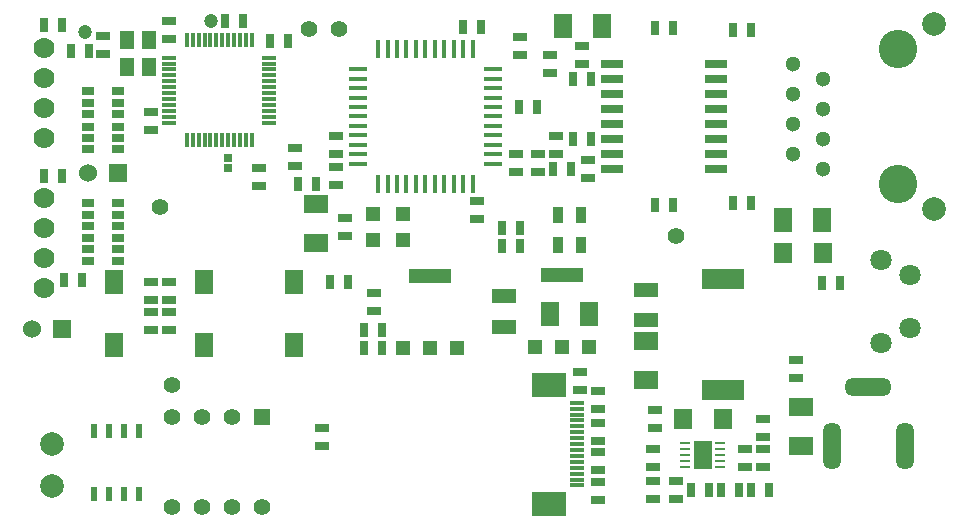
<source format=gts>
G04 (created by PCBNEW (2013-mar-13)-stable) date Mon 23 Mar 2015 11:07:48 AM CET*
%MOIN*%
G04 Gerber Fmt 3.4, Leading zero omitted, Abs format*
%FSLAX34Y34*%
G01*
G70*
G90*
G04 APERTURE LIST*
%ADD10C,0.005906*%
%ADD11R,0.074800X0.031500*%
%ADD12R,0.025000X0.045000*%
%ADD13R,0.060000X0.016000*%
%ADD14R,0.016000X0.060000*%
%ADD15R,0.045000X0.025000*%
%ADD16R,0.060000X0.080000*%
%ADD17R,0.080000X0.060000*%
%ADD18R,0.035000X0.055000*%
%ADD19R,0.048800X0.050800*%
%ADD20O,0.157480X0.060000*%
%ADD21O,0.060000X0.157480*%
%ADD22R,0.140200X0.070100*%
%ADD23R,0.059843X0.070866*%
%ADD24R,0.078700X0.047200*%
%ADD25C,0.070000*%
%ADD26R,0.047200X0.011800*%
%ADD27R,0.011800X0.047200*%
%ADD28R,0.064961X0.094488*%
%ADD29R,0.033465X0.011024*%
%ADD30R,0.118110X0.078740*%
%ADD31R,0.049213X0.011811*%
%ADD32R,0.047200X0.047200*%
%ADD33R,0.141700X0.047200*%
%ADD34R,0.051181X0.059055*%
%ADD35R,0.039400X0.027600*%
%ADD36R,0.031600X0.027700*%
%ADD37C,0.047200*%
%ADD38R,0.059055X0.078740*%
%ADD39C,0.055100*%
%ADD40R,0.060000X0.060000*%
%ADD41C,0.060000*%
%ADD42C,0.051181*%
%ADD43C,0.128000*%
%ADD44C,0.078740*%
%ADD45C,0.070866*%
%ADD46R,0.020000X0.045000*%
%ADD47R,0.055000X0.055000*%
%ADD48C,0.055000*%
G04 APERTURE END LIST*
G54D10*
G54D11*
X59616Y-34180D03*
X59616Y-34680D03*
X59616Y-35180D03*
X59616Y-33680D03*
X59616Y-35680D03*
X59616Y-33180D03*
X59616Y-32680D03*
X59616Y-36180D03*
X63064Y-32680D03*
X63064Y-36180D03*
X63064Y-35680D03*
X63064Y-35180D03*
X63064Y-34680D03*
X63064Y-34180D03*
X63064Y-33680D03*
X63064Y-33180D03*
G54D12*
X61040Y-37380D03*
X61640Y-37380D03*
X61640Y-31480D03*
X61040Y-31480D03*
X63640Y-37305D03*
X64240Y-37305D03*
X63640Y-31550D03*
X64240Y-31550D03*
G54D13*
X51140Y-34430D03*
X51140Y-34745D03*
X51140Y-35060D03*
X51140Y-35375D03*
X51140Y-35690D03*
X51140Y-36005D03*
X51140Y-34115D03*
X51140Y-33800D03*
X51140Y-33485D03*
X51140Y-33170D03*
X51140Y-32855D03*
X55640Y-34430D03*
X55640Y-34745D03*
X55640Y-35060D03*
X55640Y-35375D03*
X55640Y-35690D03*
X55640Y-36005D03*
X55640Y-34115D03*
X55640Y-33800D03*
X55640Y-33485D03*
X55640Y-33170D03*
X55640Y-32855D03*
G54D14*
X53390Y-36680D03*
X53390Y-32180D03*
X53705Y-36680D03*
X53705Y-32180D03*
X54020Y-32180D03*
X54020Y-36680D03*
X54335Y-36680D03*
X54335Y-32180D03*
X54650Y-32180D03*
X54650Y-36680D03*
X54965Y-36680D03*
X54965Y-32180D03*
X53075Y-32180D03*
X53075Y-36680D03*
X52760Y-36680D03*
X52760Y-32180D03*
X52445Y-32180D03*
X52445Y-36680D03*
X52130Y-36680D03*
X52130Y-32180D03*
X51815Y-32180D03*
X51815Y-36680D03*
G54D12*
X58320Y-35180D03*
X58920Y-35180D03*
X57660Y-36180D03*
X58260Y-36180D03*
G54D15*
X50410Y-35690D03*
X50410Y-35090D03*
X58820Y-35880D03*
X58820Y-36480D03*
G54D12*
X58920Y-33180D03*
X58320Y-33180D03*
G54D15*
X58620Y-32690D03*
X58620Y-32090D03*
X57540Y-32390D03*
X57540Y-32990D03*
X55110Y-37240D03*
X55110Y-37840D03*
X57760Y-35690D03*
X57760Y-35090D03*
X57160Y-36280D03*
X57160Y-35680D03*
G54D16*
X57970Y-31430D03*
X59270Y-31430D03*
G54D15*
X56540Y-32390D03*
X56540Y-31790D03*
X50410Y-36100D03*
X50410Y-36700D03*
G54D12*
X56520Y-34120D03*
X57120Y-34120D03*
G54D15*
X56420Y-35680D03*
X56420Y-36280D03*
G54D17*
X49750Y-37350D03*
X49750Y-38650D03*
G54D12*
X55250Y-31460D03*
X54650Y-31460D03*
G54D15*
X50720Y-37810D03*
X50720Y-38410D03*
G54D18*
X57815Y-38710D03*
X58565Y-38710D03*
X57815Y-37730D03*
X58565Y-37730D03*
G54D12*
X49150Y-36670D03*
X49750Y-36670D03*
X55940Y-38160D03*
X56540Y-38160D03*
X56540Y-38760D03*
X55940Y-38760D03*
G54D19*
X51630Y-38553D03*
X52630Y-38553D03*
X52630Y-37667D03*
X51630Y-37667D03*
G54D20*
X68154Y-43446D03*
G54D21*
X66934Y-45415D03*
X69375Y-45415D03*
G54D22*
X63315Y-43555D03*
X63315Y-39855D03*
G54D23*
X66644Y-38990D03*
X65305Y-38990D03*
G54D16*
X66625Y-37890D03*
X65325Y-37890D03*
G54D23*
X63314Y-44525D03*
X61975Y-44525D03*
G54D17*
X65910Y-45420D03*
X65910Y-44120D03*
G54D24*
X60750Y-41222D03*
X60750Y-40198D03*
G54D15*
X64630Y-46120D03*
X64630Y-45520D03*
X64030Y-46120D03*
X64030Y-45520D03*
X60990Y-45530D03*
X60990Y-46130D03*
X60990Y-46570D03*
X60990Y-47170D03*
G54D12*
X62230Y-46870D03*
X62830Y-46870D03*
G54D15*
X61030Y-44820D03*
X61030Y-44220D03*
X65730Y-43150D03*
X65730Y-42550D03*
G54D24*
X56010Y-41432D03*
X56010Y-40408D03*
G54D25*
X40675Y-35155D03*
X40675Y-34155D03*
X40675Y-33155D03*
X40675Y-32155D03*
G54D26*
X44847Y-32467D03*
X44847Y-32664D03*
X44847Y-32861D03*
X44847Y-33058D03*
X44847Y-33255D03*
X44847Y-33452D03*
X44847Y-33648D03*
X44847Y-33845D03*
X44847Y-34042D03*
X44847Y-34239D03*
X44847Y-34436D03*
X44847Y-34633D03*
G54D27*
X45437Y-35223D03*
X45634Y-35223D03*
X45831Y-35223D03*
X46028Y-35223D03*
X46225Y-35223D03*
X46422Y-35223D03*
X46618Y-35223D03*
X46815Y-35223D03*
X47012Y-35223D03*
X47209Y-35223D03*
X47406Y-35223D03*
X47603Y-35223D03*
G54D26*
X48193Y-34633D03*
X48193Y-34436D03*
X48193Y-34239D03*
X48193Y-34042D03*
X48193Y-33845D03*
X48193Y-33648D03*
X48193Y-33452D03*
X48193Y-33255D03*
X48193Y-33058D03*
X48193Y-32861D03*
X48193Y-32664D03*
X48193Y-32467D03*
G54D27*
X47603Y-31877D03*
X47406Y-31877D03*
X47209Y-31877D03*
X47012Y-31877D03*
X46815Y-31877D03*
X46618Y-31877D03*
X46422Y-31877D03*
X46225Y-31877D03*
X46028Y-31877D03*
X45831Y-31877D03*
X45634Y-31877D03*
X45437Y-31877D03*
G54D15*
X49030Y-36080D03*
X49030Y-35480D03*
G54D28*
X62640Y-45720D03*
G54D29*
X62059Y-45326D03*
X62059Y-45523D03*
X62059Y-45720D03*
X62059Y-45916D03*
X62059Y-46113D03*
X63220Y-46113D03*
X63220Y-45916D03*
X63220Y-45720D03*
X63220Y-45523D03*
X63220Y-45326D03*
G54D12*
X64830Y-46870D03*
X64230Y-46870D03*
G54D15*
X61730Y-46570D03*
X61730Y-47170D03*
G54D12*
X63830Y-46870D03*
X63230Y-46870D03*
G54D15*
X64630Y-45130D03*
X64630Y-44530D03*
G54D17*
X60750Y-43200D03*
X60750Y-41900D03*
G54D30*
X57520Y-43365D03*
X57520Y-47334D03*
G54D31*
X58435Y-46727D03*
X58435Y-46531D03*
X58435Y-46334D03*
X58435Y-46137D03*
X58435Y-45940D03*
X58435Y-45743D03*
X58435Y-45546D03*
X58435Y-45350D03*
X58435Y-45153D03*
X58435Y-44956D03*
X58435Y-44759D03*
X58435Y-44562D03*
X58435Y-44365D03*
X58435Y-44168D03*
X58435Y-43972D03*
G54D15*
X58550Y-43540D03*
X58550Y-42940D03*
X59150Y-46230D03*
X59150Y-45630D03*
X59150Y-47230D03*
X59150Y-46630D03*
X59150Y-44170D03*
X59150Y-43570D03*
X59150Y-44640D03*
X59150Y-45240D03*
G54D16*
X58840Y-41000D03*
X57540Y-41000D03*
G54D32*
X57940Y-42121D03*
X57034Y-42121D03*
X58846Y-42121D03*
G54D33*
X57940Y-39719D03*
G54D15*
X42650Y-32340D03*
X42650Y-31740D03*
G54D12*
X41570Y-32240D03*
X42170Y-32240D03*
X46720Y-31250D03*
X47320Y-31250D03*
G54D34*
X43445Y-31867D03*
X43445Y-32772D03*
X44174Y-32772D03*
X44174Y-31867D03*
G54D35*
X42150Y-34345D03*
X42150Y-33970D03*
X42150Y-33595D03*
X43150Y-33595D03*
X43150Y-33970D03*
X43150Y-34345D03*
X42150Y-35525D03*
X42150Y-35150D03*
X42150Y-34775D03*
X43150Y-34775D03*
X43150Y-35150D03*
X43150Y-35525D03*
G54D15*
X44250Y-34280D03*
X44250Y-34880D03*
G54D12*
X40680Y-31370D03*
X41280Y-31370D03*
G54D36*
X46820Y-35823D03*
X46820Y-36137D03*
G54D37*
X46230Y-31250D03*
X42040Y-31600D03*
G54D15*
X44850Y-31850D03*
X44850Y-31250D03*
G54D38*
X43000Y-39937D03*
X43000Y-42062D03*
X46000Y-39937D03*
X46000Y-42062D03*
X49000Y-42062D03*
X49000Y-39937D03*
G54D39*
X50500Y-31500D03*
X49500Y-31500D03*
G54D25*
X40675Y-40155D03*
X40675Y-39155D03*
X40675Y-38155D03*
X40675Y-37155D03*
G54D35*
X42150Y-38075D03*
X42150Y-37700D03*
X42150Y-37325D03*
X43150Y-37325D03*
X43150Y-37700D03*
X43150Y-38075D03*
X42150Y-39235D03*
X42150Y-38860D03*
X42150Y-38485D03*
X43150Y-38485D03*
X43150Y-38860D03*
X43150Y-39235D03*
G54D12*
X40680Y-36410D03*
X41280Y-36410D03*
G54D15*
X51670Y-40910D03*
X51670Y-40310D03*
G54D12*
X51360Y-41560D03*
X51960Y-41560D03*
X51960Y-42160D03*
X51360Y-42160D03*
G54D32*
X53550Y-42161D03*
X52644Y-42161D03*
X54456Y-42161D03*
G54D33*
X53550Y-39759D03*
G54D12*
X48200Y-31910D03*
X48800Y-31910D03*
X41940Y-39890D03*
X41340Y-39890D03*
G54D39*
X61760Y-38400D03*
X44550Y-37450D03*
G54D15*
X44240Y-39940D03*
X44240Y-40540D03*
X44860Y-39940D03*
X44860Y-40540D03*
G54D12*
X50800Y-39940D03*
X50200Y-39940D03*
G54D40*
X43150Y-36300D03*
G54D41*
X42150Y-36300D03*
G54D40*
X41280Y-41510D03*
G54D41*
X40280Y-41510D03*
G54D42*
X66630Y-34180D03*
X65630Y-34680D03*
X65630Y-33680D03*
X66630Y-33180D03*
X65630Y-32680D03*
X66630Y-35180D03*
X65630Y-35680D03*
X66630Y-36180D03*
G54D43*
X69130Y-36680D03*
X69130Y-32180D03*
G54D44*
X70330Y-37500D03*
X70330Y-31359D03*
G54D15*
X44240Y-40940D03*
X44240Y-41540D03*
X44860Y-40940D03*
X44860Y-41540D03*
X47860Y-36740D03*
X47860Y-36140D03*
G54D45*
X69550Y-41475D03*
X69550Y-39704D03*
X68565Y-41967D03*
X68565Y-39212D03*
G54D12*
X67210Y-39990D03*
X66610Y-39990D03*
G54D44*
X40940Y-45361D03*
X40940Y-46738D03*
G54D46*
X43850Y-47000D03*
X43850Y-44900D03*
X43350Y-47000D03*
X42850Y-47000D03*
X42350Y-47000D03*
X43350Y-44900D03*
X42850Y-44900D03*
X42350Y-44900D03*
G54D15*
X49950Y-44810D03*
X49950Y-45410D03*
G54D39*
X44960Y-43390D03*
G54D47*
X47960Y-44450D03*
G54D48*
X46960Y-44450D03*
X45960Y-44450D03*
X44960Y-44450D03*
X44960Y-47450D03*
X45960Y-47450D03*
X46960Y-47450D03*
X47960Y-47450D03*
M02*

</source>
